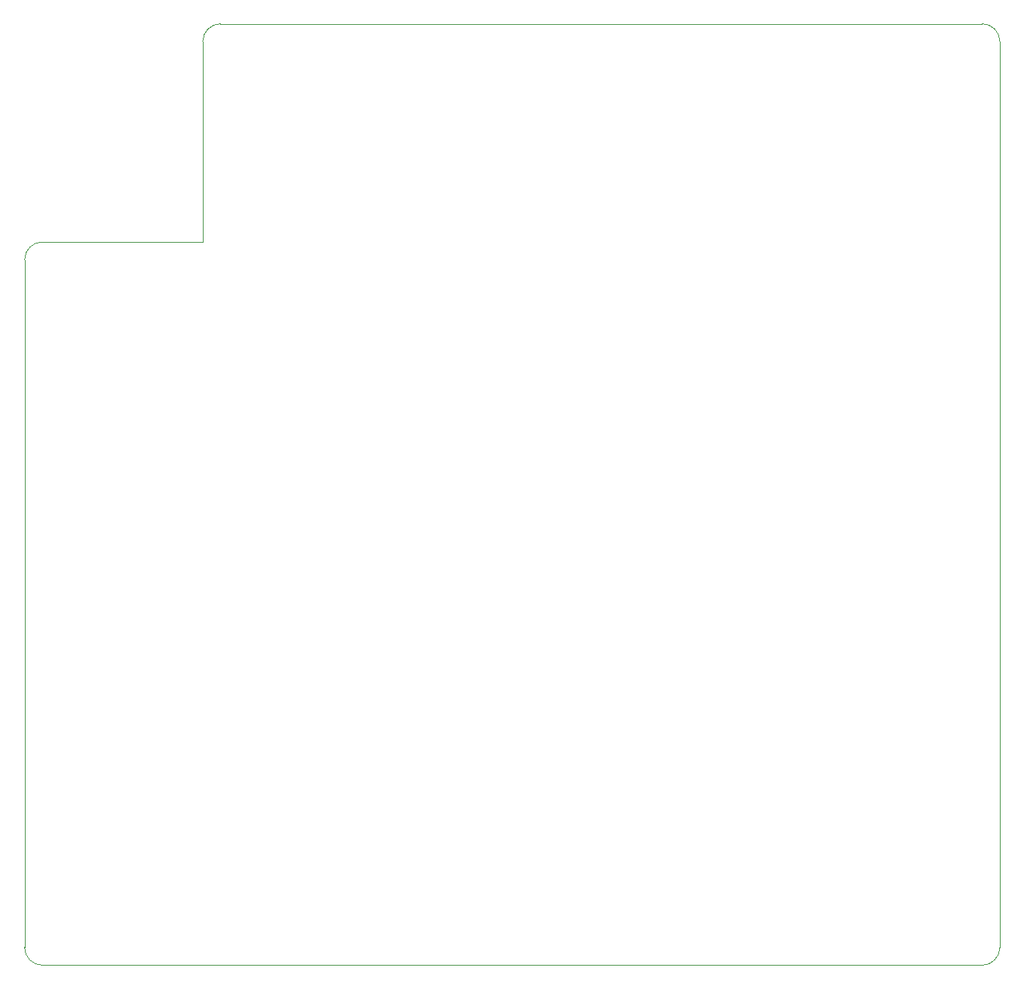
<source format=gm1>
%TF.GenerationSoftware,KiCad,Pcbnew,9.0.4-9.0.4-0~ubuntu24.04.1*%
%TF.CreationDate,2025-09-30T13:12:33+03:00*%
%TF.ProjectId,Esp32-S3-WROOM-1U-N16R8_ controller,45737033-322d-4533-932d-57524f4f4d2d,VER 1.0.0*%
%TF.SameCoordinates,Original*%
%TF.FileFunction,Profile,NP*%
%FSLAX46Y46*%
G04 Gerber Fmt 4.6, Leading zero omitted, Abs format (unit mm)*
G04 Created by KiCad (PCBNEW 9.0.4-9.0.4-0~ubuntu24.04.1) date 2025-09-30 13:12:33*
%MOMM*%
%LPD*%
G01*
G04 APERTURE LIST*
%TA.AperFunction,Profile*%
%ADD10C,0.050000*%
%TD*%
G04 APERTURE END LIST*
D10*
X85000000Y-53000000D02*
G75*
G02*
X87000000Y-51000000I2000000J0D01*
G01*
X194500000Y-28500000D02*
X194500000Y-130243713D01*
X105000000Y-28500000D02*
G75*
G02*
X107000000Y-26500000I2000000J0D01*
G01*
X192500000Y-26500000D02*
X107000000Y-26500000D01*
X87000000Y-132243713D02*
G75*
G02*
X84999987Y-130243713I0J2000013D01*
G01*
X105000000Y-51000000D02*
X105000000Y-28500000D01*
X87000000Y-51000000D02*
X105000000Y-51000000D01*
X194500000Y-130243713D02*
G75*
G02*
X192500000Y-132243700I-2000000J13D01*
G01*
X192500000Y-132243713D02*
X87000000Y-132243713D01*
X192500000Y-26500000D02*
G75*
G02*
X194500000Y-28500000I0J-2000000D01*
G01*
X85000000Y-130243713D02*
X85000000Y-53000000D01*
M02*

</source>
